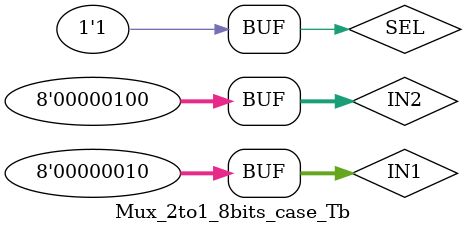
<source format=v>
`timescale 1ns/1ps

module Mux_2to1_8bits_case(
IN1, IN2, SEL, OUT );

input wire [7:0] IN1;
input wire [7:0] IN2;
input wire       SEL;
output reg [7:0] OUT;

always @(*) begin
   case(SEL)
	1'b00: OUT <= IN1;
 	1'b01: OUT <= IN2;
   endcase
end
endmodule

module Mux_2to1_8bits_case_Tb;
   reg [7:0] IN1, IN2;
   reg       SEL;
   wire[7:0] OUT;

initial begin
   #0 IN1 = 8'd1;
   #10 IN1 = 8'd2;
end

initial begin
   #0 IN2 = 8'd3;
   #10 IN2 = 8'd4;
end

initial begin
   #0 SEL = 8'b00;
   #10 SEL = 8'b01;
end

Mux_2to1_8bits_case I0(.IN1(IN1), .IN2(IN2), .SEL(SEL) ,.OUT(OUT));
endmodule

</source>
